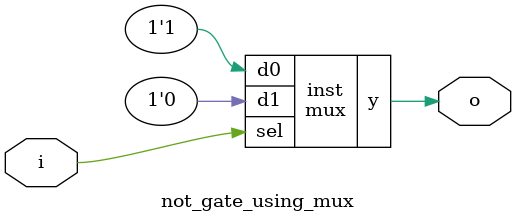
<source format=v>
module mux
(
  input  d0, d1,
  input  sel,
  output y
);

  assign y = sel ? d1 : d0;

endmodule

//----------------------------------------------------------------------------

module not_gate_using_mux
(
    input  i,
    output o
);

  // TODO

  // Implement not gate using instance(s) of mux,
  // constants 0 and 1, and wire connections


  mux inst
  (
    .d0(1'b1),
    .d1(1'b0),
    .sel(i),
    .y(o)
  );
  


endmodule
</source>
